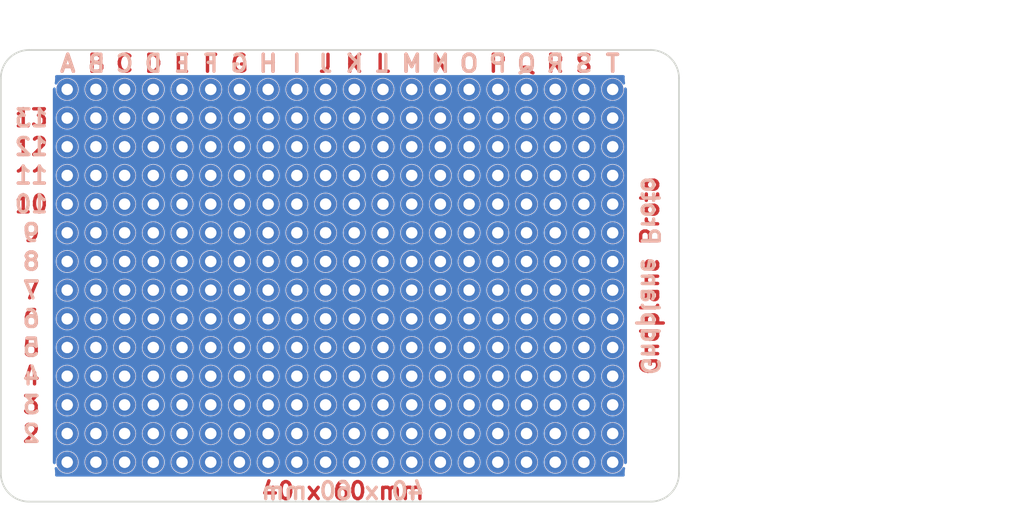
<source format=kicad_pcb>
(kicad_pcb (version 20211014) (generator pcbnew)
  (title_block (title "protoboard base pattern") (comment 1 "CC-BY 4.0") (comment 2 "See http://git.io/vNUDX"))
  (layers (0 "F.Cu" signal) (31 "B.Cu" signal) (34 "B.Paste" user) (35 "F.Paste" user) (36 "B.SilkS" user "B.Silkscreen") (37 "F.SilkS" user "F.Silkscreen") (38 "B.Mask" user) (39 "F.Mask" user) (44 "Edge.Cuts" user))
  (net 0 "")
  (footprint "MeineBib:Proto_Gndplane" (layer "F.Cu") (at 149.81 82.49 90)
    (fp_text reference "REF**" hide)
    (fp_text value "tht-0.8" hide)
  )
  (footprint "MeineBib:Proto_Gndplane" (layer "F.Cu") (at 144.73 112.97 90)
    (fp_text reference "REF**" hide)
    (fp_text value "tht-0.8" hide)
  )
  (footprint "MeineBib:Proto_Gndplane" (layer "F.Cu") (at 162.51 102.81 90)
    (fp_text reference "REF**" hide)
    (fp_text value "tht-0.8" hide)
  )
  (footprint "MeineBib:Proto_Gndplane" (layer "F.Cu") (at 170.13 85.03 90)
    (fp_text reference "REF**" hide)
    (fp_text value "tht-0.8" hide)
  )
  (footprint "MeineBib:Proto_Gndplane" (layer "F.Cu") (at 137.11 115.51 90)
    (fp_text reference "REF**" hide)
    (fp_text value "tht-0.8" hide)
  )
  (footprint "MeineBib:Proto_Gndplane" (layer "F.Cu") (at 157.43 105.35 90)
    (fp_text reference "REF**" hide)
    (fp_text value "tht-0.8" hide)
  )
  (footprint "MeineBib:Proto_Gndplane" (layer "F.Cu") (at 121.87 82.49 90)
    (fp_text reference "REF**" hide)
    (fp_text value "tht-0.8" hide)
  )
  (footprint "MeineBib:EigenesMountingHole_2.6mm_M2.5_Small" (layer "F.Cu") (at 173.5 116.5)
    (fp_text reference "MK2" hide)
    (fp_text value "Mounting_Hole" hide)
  )
  (footprint "MeineBib:Proto_Gndplane" (layer "F.Cu") (at 142.19 85.03 90)
    (fp_text reference "REF**" hide)
    (fp_text value "tht-0.8" hide)
  )
  (footprint "MeineBib:Proto_Gndplane" (layer "F.Cu") (at 157.43 95.19 90)
    (fp_text reference "REF**" hide)
    (fp_text value "tht-0.8" hide)
  )
  (footprint "MeineBib:Proto_Gndplane" (layer "F.Cu") (at 144.73 110.43 90)
    (fp_text reference "REF**" hide)
    (fp_text value "tht-0.8" hide)
  )
  (footprint "MeineBib:Proto_Gndplane" (layer "F.Cu") (at 162.51 92.65 90)
    (fp_text reference "REF**" hide)
    (fp_text value "tht-0.8" hide)
  )
  (footprint "MeineBib:Proto_Gndplane" (layer "F.Cu") (at 147.27 102.81 90)
    (fp_text reference "REF**" hide)
    (fp_text value "tht-0.8" hide)
  )
  (footprint "MeineBib:Proto_Gndplane" (layer "F.Cu") (at 149.81 107.89 90)
    (fp_text reference "REF**" hide)
    (fp_text value "tht-0.8" hide)
  )
  (footprint "MeineBib:Proto_Gndplane" (layer "F.Cu") (at 132.03 90.11 90)
    (fp_text reference "REF**" hide)
    (fp_text value "tht-0.8" hide)
  )
  (footprint "MeineBib:Proto_Gndplane" (layer "F.Cu") (at 132.03 105.35 90)
    (fp_text reference "REF**" hide)
    (fp_text value "tht-0.8" hide)
  )
  (footprint "MeineBib:Proto_Gndplane" (layer "F.Cu") (at 152.35 107.89 90)
    (fp_text reference "REF**" hide)
    (fp_text value "tht-0.8" hide)
  )
  (footprint "MeineBib:Proto_Gndplane" (layer "F.Cu") (at 170.13 100.27 90)
    (fp_text reference "REF**" hide)
    (fp_text value "tht-0.8" hide)
  )
  (footprint "MeineBib:Proto_Gndplane" (layer "F.Cu") (at 149.81 95.19 90)
    (fp_text reference "REF**" hide)
    (fp_text value "tht-0.8" hide)
  )
  (footprint "MeineBib:Proto_Gndplane" (layer "F.Cu") (at 147.27 105.35 90)
    (fp_text reference "REF**" hide)
    (fp_text value "tht-0.8" hide)
  )
  (footprint "MeineBib:Proto_Gndplane" (layer "F.Cu") (at 167.59 85.03 90)
    (fp_text reference "REF**" hide)
    (fp_text value "tht-0.8" hide)
  )
  (footprint "MeineBib:Proto_Gndplane" (layer "F.Cu") (at 159.97 87.57 90)
    (fp_text reference "REF**" hide)
    (fp_text value "tht-0.8" hide)
  )
  (footprint "MeineBib:Proto_Gndplane" (layer "F.Cu") (at 154.89 92.65 90)
    (fp_text reference "REF**" hide)
    (fp_text value "tht-0.8" hide)
  )
  (footprint "MeineBib:Proto_Gndplane" (layer "F.Cu") (at 132.03 107.89 90)
    (fp_text reference "REF**" hide)
    (fp_text value "tht-0.8" hide)
  )
  (footprint "MeineBib:Proto_Gndplane" (layer "F.Cu") (at 129.49 105.35 90)
    (fp_text reference "REF**" hide)
    (fp_text value "tht-0.8" hide)
  )
  (footprint "MeineBib:Proto_Gndplane" (layer "F.Cu") (at 154.89 85.03 90)
    (fp_text reference "REF**" hide)
    (fp_text value "tht-0.8" hide)
  )
  (footprint "MeineBib:Proto_Gndplane" (layer "F.Cu") (at 144.73 105.35 90)
    (fp_text reference "REF**" hide)
    (fp_text value "tht-0.8" hide)
  )
  (footprint "MeineBib:Proto_Gndplane" (layer "F.Cu") (at 167.59 115.51 90)
    (fp_text reference "REF**" hide)
    (fp_text value "tht-0.8" hide)
  )
  (footprint "MeineBib:Proto_Gndplane" (layer "F.Cu") (at 139.65 110.43 90)
    (fp_text reference "REF**" hide)
    (fp_text value "tht-0.8" hide)
  )
  (footprint "MeineBib:Proto_Gndplane" (layer "F.Cu") (at 165.05 102.81 90)
    (fp_text reference "REF**" hide)
    (fp_text value "tht-0.8" hide)
  )
  (footprint "MeineBib:Proto_Gndplane" (layer "F.Cu") (at 134.57 112.97 90)
    (fp_text reference "REF**" hide)
    (fp_text value "tht-0.8" hide)
  )
  (footprint "MeineBib:Proto_Gndplane" (layer "F.Cu") (at 124.41 97.73 90)
    (fp_text reference "REF**" hide)
    (fp_text value "tht-0.8" hide)
  )
  (footprint "MeineBib:Proto_Gndplane" (layer "F.Cu") (at 124.41 92.65 90)
    (fp_text reference "REF**" hide)
    (fp_text value "tht-0.8" hide)
  )
  (footprint "MeineBib:Proto_Gndplane" (layer "F.Cu") (at 170.13 102.81 90)
    (fp_text reference "REF**" hide)
    (fp_text value "tht-0.8" hide)
  )
  (footprint "MeineBib:Proto_Gndplane" (layer "F.Cu") (at 124.41 82.49 90)
    (fp_text reference "REF**" hide)
    (fp_text value "tht-0.8" hide)
  )
  (footprint "MeineBib:Proto_Gndplane" (layer "F.Cu") (at 139.65 85.03 90)
    (fp_text reference "REF**" hide)
    (fp_text value "tht-0.8" hide)
  )
  (footprint "MeineBib:Proto_Gndplane" (layer "F.Cu") (at 159.97 97.73 90)
    (fp_text reference "REF**" hide)
    (fp_text value "tht-0.8" hide)
  )
  (footprint "MeineBib:Proto_Gndplane" (layer "F.Cu") (at 162.51 87.57 90)
    (fp_text reference "REF**" hide)
    (fp_text value "tht-0.8" hide)
  )
  (footprint "MeineBib:Proto_Gndplane" (layer "F.Cu") (at 139.65 87.57 90)
    (fp_text reference "REF**" hide)
    (fp_text value "tht-0.8" hide)
  )
  (footprint "MeineBib:Proto_Gndplane" (layer "F.Cu") (at 137.11 82.49 90)
    (fp_text reference "REF**" hide)
    (fp_text value "tht-0.8" hide)
  )
  (footprint "MeineBib:Proto_Gndplane" (layer "F.Cu") (at 165.05 105.35 90)
    (fp_text reference "REF**" hide)
    (fp_text value "tht-0.8" hide)
  )
  (footprint "MeineBib:Proto_Gndplane" (layer "F.Cu") (at 144.73 92.65 90)
    (fp_text reference "REF**" hide)
    (fp_text value "tht-0.8" hide)
  )
  (footprint "MeineBib:Proto_Gndplane" (layer "F.Cu") (at 129.49 102.81 90)
    (fp_text reference "REF**" hide)
    (fp_text value "tht-0.8" hide)
  )
  (footprint "MeineBib:Proto_Gndplane" (layer "F.Cu") (at 157.43 112.97 90)
    (fp_text reference "REF**" hide)
    (fp_text value "tht-0.8" hide)
  )
  (footprint "MeineBib:Proto_Gndplane" (layer "F.Cu") (at 165.05 100.27 90)
    (fp_text reference "REF**" hide)
    (fp_text value "tht-0.8" hide)
  )
  (footprint "MeineBib:Proto_Gndplane" (layer "F.Cu") (at 147.27 115.51 90)
    (fp_text reference "REF**" hide)
    (fp_text value "tht-0.8" hide)
  )
  (footprint "MeineBib:Proto_Gndplane" (layer "F.Cu") (at 126.95 82.49 90)
    (fp_text reference "REF**" hide)
    (fp_text value "tht-0.8" hide)
  )
  (footprint "MeineBib:Proto_Gndplane" (layer "F.Cu") (at 170.13 97.73 90)
    (fp_text reference "REF**" hide)
    (fp_text value "tht-0.8" hide)
  )
  (footprint "MeineBib:Proto_Gndplane" (layer "F.Cu") (at 157.43 97.73 90)
    (fp_text reference "REF**" hide)
    (fp_text value "tht-0.8" hide)
  )
  (footprint "MeineBib:Proto_Gndplane" (layer "F.Cu") (at 157.43 107.89 90)
    (fp_text reference "REF**" hide)
    (fp_text value "tht-0.8" hide)
  )
  (footprint "MeineBib:Proto_Gndplane" (layer "F.Cu") (at 126.95 95.19 90)
    (fp_text reference "REF**" hide)
    (fp_text value "tht-0.8" hide)
  )
  (footprint "MeineBib:Proto_Gndplane" (layer "F.Cu") (at 167.59 87.57 90)
    (fp_text reference "REF**" hide)
    (fp_text value "tht-0.8" hide)
  )
  (footprint "MeineBib:Proto_Gndplane" (layer "F.Cu") (at 124.41 112.97 90)
    (fp_text reference "REF**" hide)
    (fp_text value "tht-0.8" hide)
  )
  (footprint "MeineBib:Proto_Gndplane" (layer "F.Cu") (at 134.57 105.35 90)
    (fp_text reference "REF**" hide)
    (fp_text value "tht-0.8" hide)
  )
  (footprint "MeineBib:Proto_Gndplane" (layer "F.Cu") (at 121.87 105.35 90)
    (fp_text reference "REF**" hide)
    (fp_text value "tht-0.8" hide)
  )
  (footprint "MeineBib:Proto_Gndplane" (layer "F.Cu") (at 137.11 85.03 90)
    (fp_text reference "REF**" hide)
    (fp_text value "tht-0.8" hide)
  )
  (footprint "MeineBib:Proto_Gndplane" (layer "F.Cu") (at 142.19 100.27 90)
    (fp_text reference "REF**" hide)
    (fp_text value "tht-0.8" hide)
  )
  (footprint "MeineBib:Proto_Gndplane" (layer "F.Cu") (at 170.13 107.89 90)
    (fp_text reference "REF**" hide)
    (fp_text value "tht-0.8" hide)
  )
  (footprint "MeineBib:Proto_Gndplane" (layer "F.Cu") (at 124.41 95.19 90)
    (fp_text reference "REF**" hide)
    (fp_text value "tht-0.8" hide)
  )
  (footprint "MeineBib:Proto_Gndplane" (layer "F.Cu") (at 152.35 87.57 90)
    (fp_text reference "REF**" hide)
    (fp_text value "tht-0.8" hide)
  )
  (footprint "MeineBib:Proto_Gndplane" (layer "F.Cu") (at 129.49 107.89 90)
    (fp_text reference "REF**" hide)
    (fp_text value "tht-0.8" hide)
  )
  (footprint "MeineBib:Proto_Gndplane" (layer "F.Cu") (at 124.41 90.11 90)
    (fp_text reference "REF**" hide)
    (fp_text value "tht-0.8" hide)
  )
  (footprint "MeineBib:Proto_Gndplane" (layer "F.Cu") (at 142.19 107.89 90)
    (fp_text reference "REF**" hide)
    (fp_text value "tht-0.8" hide)
  )
  (footprint "MeineBib:Proto_Gndplane" (layer "F.Cu") (at 132.03 115.51 90)
    (fp_text reference "REF**" hide)
    (fp_text value "tht-0.8" hide)
  )
  (footprint "MeineBib:Proto_Gndplane" (layer "F.Cu") (at 162.51 112.97 90)
    (fp_text reference "REF**" hide)
    (fp_text value "tht-0.8" hide)
  )
  (footprint "MeineBib:Proto_Gndplane" (layer "F.Cu") (at 144.73 102.81 90)
    (fp_text reference "REF**" hide)
    (fp_text value "tht-0.8" hide)
  )
  (footprint "MeineBib:Proto_Gndplane" (layer "F.Cu") (at 167.59 95.19 90)
    (fp_text reference "REF**" hide)
    (fp_text value "tht-0.8" hide)
  )
  (footprint "MeineBib:Proto_Gndplane" (layer "F.Cu") (at 142.19 90.11 90)
    (fp_text reference "REF**" hide)
    (fp_text value "tht-0.8" hide)
  )
  (footprint "MeineBib:Proto_Gndplane" (layer "F.Cu") (at 149.81 85.03 90)
    (fp_text reference "REF**" hide)
    (fp_text value "tht-0.8" hide)
  )
  (footprint "MeineBib:Proto_Gndplane" (layer "F.Cu") (at 157.43 115.51 90)
    (fp_text reference "REF**" hide)
    (fp_text value "tht-0.8" hide)
  )
  (footprint "MeineBib:Proto_Gndplane" (layer "F.Cu") (at 170.13 90.11 90)
    (fp_text reference "REF**" hide)
    (fp_text value "tht-0.8" hide)
  )
  (footprint "MeineBib:Proto_Gndplane" (layer "F.Cu") (at 162.51 97.73 90)
    (fp_text reference "REF**" hide)
    (fp_text value "tht-0.8" hide)
  )
  (footprint "MeineBib:Proto_Gndplane" (layer "F.Cu") (at 149.81 110.43 90)
    (fp_text reference "REF**" hide)
    (fp_text value "tht-0.8" hide)
  )
  (footprint "MeineBib:Proto_Gndplane" (layer "F.Cu") (at 139.65 95.19 90)
    (fp_text reference "REF**" hide)
    (fp_text value "tht-0.8" hide)
  )
  (footprint "MeineBib:Proto_Gndplane" (layer "F.Cu") (at 121.87 102.81 90)
    (fp_text reference "REF**" hide)
    (fp_text value "tht-0.8" hide)
  )
  (footprint "MeineBib:Proto_Gndplane" (layer "F.Cu") (at 154.89 90.11 90)
    (fp_text reference "REF**" hide)
    (fp_text value "tht-0.8" hide)
  )
  (footprint "MeineBib:Proto_Gndplane" (layer "F.Cu") (at 154.89 87.57 90)
    (fp_text reference "REF**" hide)
    (fp_text value "tht-0.8" hide)
  )
  (footprint "MeineBib:Proto_Gndplane" (layer "F.Cu") (at 142.19 97.73 90)
    (fp_text reference "REF**" hide)
    (fp_text value "tht-0.8" hide)
  )
  (footprint "MeineBib:Proto_Gndplane" (layer "F.Cu") (at 147.27 87.57 90)
    (fp_text reference "REF**" hide)
    (fp_text value "tht-0.8" hide)
  )
  (footprint "MeineBib:Proto_Gndplane" (layer "F.Cu") (at 139.65 82.49 90)
    (fp_text reference "REF**" hide)
    (fp_text value "tht-0.8" hide)
  )
  (footprint "MeineBib:Proto_Gndplane" (layer "F.Cu") (at 129.49 92.65 90)
    (fp_text reference "REF**" hide)
    (fp_text value "tht-0.8" hide)
  )
  (footprint "MeineBib:Proto_Gndplane" (layer "F.Cu") (at 144.73 87.57 90)
    (fp_text reference "REF**" hide)
    (fp_text value "tht-0.8" hide)
  )
  (footprint "MeineBib:Proto_Gndplane" (layer "F.Cu") (at 139.65 112.97 90)
    (fp_text reference "REF**" hide)
    (fp_text value "tht-0.8" hide)
  )
  (footprint "MeineBib:Proto_Gndplane" (layer "F.Cu") (at 139.65 100.27 90)
    (fp_text reference "REF**" hide)
    (fp_text value "tht-0.8" hide)
  )
  (footprint "MeineBib:Proto_Gndplane" (layer "F.Cu") (at 149.81 90.11 90)
    (fp_text reference "REF**" hide)
    (fp_text value "tht-0.8" hide)
  )
  (footprint "MeineBib:Proto_Gndplane" (layer "F.Cu") (at 154.89 115.51 90)
    (fp_text reference "REF**" hide)
    (fp_text value "tht-0.8" hide)
  )
  (footprint "MeineBib:Proto_Gndplane" (layer "F.Cu") (at 121.87 90.11 90)
    (fp_text reference "REF**" hide)
    (fp_text value "tht-0.8" hide)
  )
  (footprint "MeineBib:Proto_Gndplane" (layer "F.Cu") (at 165.05 107.89 90)
    (fp_text reference "REF**" hide)
    (fp_text value "tht-0.8" hide)
  )
  (footprint "MeineBib:Proto_Gndplane" (layer "F.Cu") (at 137.11 112.97 90)
    (fp_text reference "REF**" hide)
    (fp_text value "tht-0.8" hide)
  )
  (footprint "MeineBib:Proto_Gndplane" (layer "F.Cu") (at 144.73 107.89 90)
    (fp_text reference "REF**" hide)
    (fp_text value "tht-0.8" hide)
  )
  (footprint "MeineBib:Proto_Gndplane" (layer "F.Cu") (at 126.95 110.43 90)
    (fp_text reference "REF**" hide)
    (fp_text value "tht-0.8" hide)
  )
  (footprint "MeineBib:Proto_Gndplane" (layer "F.Cu") (at 149.81 112.97 90)
    (fp_text reference "REF**" hide)
    (fp_text value "tht-0.8" hide)
  )
  (footprint "MeineBib:Proto_Gndplane" (layer "F.Cu") (at 137.11 102.81 90)
    (fp_text reference "REF**" hide)
    (fp_text value "tht-0.8" hide)
  )
  (footprint "MeineBib:Proto_Gndplane" (layer "F.Cu") (at 152.35 115.51 90)
    (fp_text reference "REF**" hide)
    (fp_text value "tht-0.8" hide)
  )
  (footprint "MeineBib:Proto_Gndplane" (layer "F.Cu") (at 170.13 110.43 90)
    (fp_text reference "REF**" hide)
    (fp_text value "tht-0.8" hide)
  )
  (footprint "MeineBib:Proto_Gndplane" (layer "F.Cu") (at 137.11 105.35 90)
    (fp_text reference "REF**" hide)
    (fp_text value "tht-0.8" hide)
  )
  (footprint "MeineBib:Proto_Gndplane" (layer "F.Cu") (at 170.13 112.97 90)
    (fp_text reference "REF**" hide)
    (fp_text value "tht-0.8" hide)
  )
  (footprint "MeineBib:Proto_Gndplane" (layer "F.Cu") (at 159.97 115.51 90)
    (fp_text reference "REF**" hide)
    (fp_text value "tht-0.8" hide)
  )
  (footprint "MeineBib:Proto_Gndplane" (layer "F.Cu") (at 134.57 110.43 90)
    (fp_text reference "REF**" hide)
    (fp_text value "tht-0.8" hide)
  )
  (footprint "MeineBib:Proto_Gndplane" (layer "F.Cu") (at 132.03 112.97 90)
    (fp_text reference "REF**" hide)
    (fp_text value "tht-0.8" hide)
  )
  (footprint "MeineBib:Proto_Gndplane" (layer "F.Cu") (at 129.49 85.03 90)
    (fp_text reference "REF**" hide)
    (fp_text value "tht-0.8" hide)
  )
  (footprint "MeineBib:Proto_Gndplane" (layer "F.Cu") (at 152.35 100.27 90)
    (fp_text reference "REF**" hide)
    (fp_text value "tht-0.8" hide)
  )
  (footprint "MeineBib:Proto_Gndplane" (layer "F.Cu") (at 129.49 95.19 90)
    (fp_text reference "REF**" hide)
    (fp_text value "tht-0.8" hide)
  )
  (footprint "MeineBib:Proto_Gndplane" (layer "F.Cu") (at 144.73 95.19 90)
    (fp_text reference "REF**" hide)
    (fp_text value "tht-0.8" hide)
  )
  (footprint "MeineBib:Proto_Gndplane" (layer "F.Cu") (at 139.65 105.35 90)
    (fp_text reference "REF**" hide)
    (fp_text value "tht-0.8" hide)
  )
  (footprint "MeineBib:Proto_Gndplane" (layer "F.Cu") (at 152.35 82.49 90)
    (fp_text reference "REF**" hide)
    (fp_text value "tht-0.8" hide)
  )
  (footprint "MeineBib:Proto_Gndplane" (layer "F.Cu") (at 132.03 102.81 90)
    (fp_text reference "REF**" hide)
    (fp_text value "tht-0.8" hide)
  )
  (footprint "MeineBib:Proto_Gndplane" (layer "F.Cu") (at 139.65 97.73 90)
    (fp_text reference "REF**" hide)
    (fp_text value "tht-0.8" hide)
  )
  (footprint "MeineBib:Proto_Gndplane" (layer "F.Cu") (at 154.89 97.73 90)
    (fp_text reference "REF**" hide)
    (fp_text value "tht-0.8" hide)
  )
  (footprint "MeineBib:Proto_Gndplane" (layer "F.Cu") (at 137.11 110.43 90)
    (fp_text reference "REF**" hide)
    (fp_text value "tht-0.8" hide)
  )
  (footprint "MeineBib:Proto_Gndplane" (layer "F.Cu") (at 154.89 112.97 90)
    (fp_text reference "REF**" hide)
    (fp_text value "tht-0.8" hide)
  )
  (footprint "MeineBib:Proto_Gndplane" (layer "F.Cu") (at 124.41 110.43 90)
    (fp_text reference "REF**" hide)
    (fp_text value "tht-0.8" hide)
  )
  (footprint "MeineBib:Proto_Gndplane" (layer "F.Cu") (at 132.03 100.27 90)
    (fp_text reference "REF**" hide)
    (fp_text value "tht-0.8" hide)
  )
  (footprint "MeineBib:Proto_Gndplane" (layer "F.Cu") (at 142.19 87.57 90)
    (fp_text reference "REF**" hide)
    (fp_text value "tht-0.8" hide)
  )
  (footprint "MeineBib:Proto_Gndplane" (layer "F.Cu") (at 149.81 115.51 90)
    (fp_text reference "REF**" hide)
    (fp_text value "tht-0.8" hide)
  )
  (footprint "MeineBib:Proto_Gndplane" (layer "F.Cu") (at 129.49 115.51 90)
    (fp_text reference "REF**" hide)
    (fp_text value "tht-0.8" hide)
  )
  (footprint "MeineBib:Proto_Gndplane" (layer "F.Cu") (at 132.03 82.49 90)
    (fp_text reference "REF**" hide)
    (fp_text value "tht-0.8" hide)
  )
  (footprint "MeineBib:Proto_Gndplane" (layer "F.Cu") (at 126.95 85.03 90)
    (fp_text reference "REF**" hide)
    (fp_text value "tht-0.8" hide)
  )
  (footprint "MeineBib:Proto_Gndplane" (layer "F.Cu") (at 170.13 105.35 90)
    (fp_text reference "REF**" hide)
    (fp_text value "tht-0.8" hide)
  )
  (footprint "MeineBib:Proto_Gndplane" (layer "F.Cu") (at 165.05 95.19 90)
    (fp_text reference "REF**" hide)
    (fp_text value "tht-0.8" hide)
  )
  (footprint "MeineBib:Proto_Gndplane" (layer "F.Cu") (at 147.27 95.19 90)
    (fp_text reference "REF**" hide)
    (fp_text value "tht-0.8" hide)
  )
  (footprint "MeineBib:Proto_Gndplane" (layer "F.Cu") (at 126.95 102.81 90)
    (fp_text reference "REF**" hide)
    (fp_text value "tht-0.8" hide)
  )
  (footprint "MeineBib:Proto_Gndplane" (layer "F.Cu") (at 124.41 105.35 90)
    (fp_text reference "REF**" hide)
    (fp_text value "tht-0.8" hide)
  )
  (footprint "MeineBib:Proto_Gndplane" (layer "F.Cu") (at 149.81 105.35 90)
    (fp_text reference "REF**" hide)
    (fp_text value "tht-0.8" hide)
  )
  (footprint "MeineBib:Proto_Gndplane" (layer "F.Cu") (at 152.35 85.03 90)
    (fp_text reference "REF**" hide)
    (fp_text value "tht-0.8" hide)
  )
  (footprint "MeineBib:Proto_Gndplane" (layer "F.Cu") (at 162.51 105.35 90)
    (fp_text reference "REF**" hide)
    (fp_text value "tht-0.8" hide)
  )
  (footprint "MeineBib:Proto_Gndplane" (layer "F.Cu") (at 167.59 90.11 90)
    (fp_text reference "REF**" hide)
    (fp_text value "tht-0.8" hide)
  )
  (footprint "MeineBib:Proto_Gndplane" (layer "F.Cu") (at 165.05 97.73 90)
    (fp_text reference "REF**" hide)
    (fp_text value "tht-0.8" hide)
  )
  (footprint "MeineBib:Proto_Gndplane" (layer "F.Cu") (at 126.95 92.65 90)
    (fp_text reference "REF**" hide)
    (fp_text value "tht-0.8" hide)
  )
  (footprint "MeineBib:Proto_Gndplane" (layer "F.Cu") (at 144.73 85.03 90)
    (fp_text reference "REF**" hide)
    (fp_text value "tht-0.8" hide)
  )
  (footprint "MeineBib:Proto_Gndplane" (layer "F.Cu") (at 167.59 110.43 90)
    (fp_text reference "REF**" hide)
    (fp_text value "tht-0.8" hide)
  )
  (footprint "MeineBib:Proto_Gndplane" (layer "F.Cu") (at 137.11 87.57 90)
    (fp_text reference "REF**" hide)
    (fp_text value "tht-0.8" hide)
  )
  (footprint "MeineBib:Proto_Gndplane" (layer "F.Cu") (at 147.27 92.65 90)
    (fp_text reference "REF**" hide)
    (fp_text value "tht-0.8" hide)
  )
  (footprint "MeineBib:Proto_Gndplane" (layer "F.Cu") (at 129.49 112.97 90)
    (fp_text reference "REF**" hide)
    (fp_text value "tht-0.8" hide)
  )
  (footprint "MeineBib:Proto_Gndplane" (layer "F.Cu") (at 142.19 112.97 90)
    (fp_text reference "REF**" hide)
    (fp_text value "tht-0.8" hide)
  )
  (footprint "MeineBib:Proto_Gndplane" (layer "F.Cu") (at 129.49 97.73 90)
    (fp_text reference "REF**" hide)
    (fp_text value "tht-0.8" hide)
  )
  (footprint "MeineBib:Proto_Gndplane" (layer "F.Cu") (at 159.97 82.49 90)
    (fp_text reference "REF**" hide)
    (fp_text value "tht-0.8" hide)
  )
  (footprint "MeineBib:Proto_Gndplane" (layer "F.Cu") (at 142.19 110.43 90)
    (fp_text reference "REF**" hide)
    (fp_text value "tht-0.8" hide)
  )
  (footprint "MeineBib:Proto_Gndplane" (layer "F.Cu") (at 162.51 100.27 90)
    (fp_text reference "REF**" hide)
    (fp_text value "tht-0.8" hide)
  )
  (footprint "MeineBib:Proto_Gndplane" (layer "F.Cu") (at 147.27 107.89 90)
    (fp_text reference "REF**" hide)
    (fp_text value "tht-0.8" hide)
  )
  (footprint "MeineBib:Proto_Gndplane" (layer "F.Cu") (at 159.97 95.19 90)
    (fp_text reference "REF**" hide)
    (fp_text value "tht-0.8" hide)
  )
  (footprint "MeineBib:Proto_Gndplane" (layer "F.Cu") (at 137.11 97.73 90)
    (fp_text reference "REF**" hide)
    (fp_text value "tht-0.8" hide)
  )
  (footprint "MeineBib:Proto_Gndplane" (layer "F.Cu") (at 142.19 95.19 90)
    (fp_text reference "REF**" hide)
    (fp_text value "tht-0.8" hide)
  )
  (footprint "MeineBib:Proto_Gndplane" (layer "F.Cu") (at 121.87 100.27 90)
    (fp_text reference "REF**" hide)
    (fp_text value "tht-0.8" hide)
  )
  (footprint "MeineBib:Proto_Gndplane" (layer "F.Cu") (at 157.43 102.81 90)
    (fp_text reference "REF**" hide)
    (fp_text value "tht-0.8" hide)
  )
  (footprint "MeineBib:Proto_Gndplane" (layer "F.Cu") (at 142.19 82.49 90)
    (fp_text reference "REF**" hide)
    (fp_text value "tht-0.8" hide)
  )
  (footprint "MeineBib:Proto_Gndplane" (layer "F.Cu") (at 134.57 95.19 90)
    (fp_text reference "REF**" hide)
    (fp_text value "tht-0.8" hide)
  )
  (footprint "MeineBib:Proto_Gndplane" (layer "F.Cu") (at 134.57 90.11 90)
    (fp_text reference "REF**" hide)
    (fp_text value "tht-0.8" hide)
  )
  (footprint "MeineBib:Proto_Gndplane" (layer "F.Cu") (at 157.43 100.27 90)
    (fp_text reference "REF**" hide)
    (fp_text value "tht-0.8" hide)
  )
  (footprint "MeineBib:Proto_Gndplane" (layer "F.Cu") (at 121.87 110.43 90)
    (fp_text reference "REF**" hide)
    (fp_text value "tht-0.8" hide)
  )
  (footprint "MeineBib:Proto_Gndplane" (layer "F.Cu") (at 139.65 115.51 90)
    (fp_text reference "REF**" hide)
    (fp_text value "tht-0.8" hide)
  )
  (footprint "MeineBib:Proto_Gndplane" (layer "F.Cu") (at 152.35 90.11 90)
    (fp_text reference "REF**" hide)
    (fp_text value "tht-0.8" hide)
  )
  (footprint "MeineBib:Proto_Gndplane" (layer "F.Cu") (at 132.03 87.57 90)
    (fp_text reference "REF**" hide)
    (fp_text value "tht-0.8" hide)
  )
  (footprint "MeineBib:Proto_Gndplane" (layer "F.Cu") (at 134.57 107.89 90)
    (fp_text reference "REF**" hide)
    (fp_text value "tht-0.8" hide)
  )
  (footprint "MeineBib:Proto_Gndplane" (layer "F.Cu") (at 167.59 82.49 90)
    (fp_text reference "REF**" hide)
    (fp_text value "tht-0.8" hide)
  )
  (footprint "MeineBib:Proto_Gndplane" (layer "F.Cu") (at 152.35 92.65 90)
    (fp_text reference "REF**" hide)
    (fp_text value "tht-0.8" hide)
  )
  (footprint "MeineBib:Proto_Gndplane" (layer "F.Cu") (at 134.57 87.57 90)
    (fp_text reference "REF**" hide)
    (fp_text value "tht-0.8" hide)
  )
  (footprint "MeineBib:Proto_Gndplane" (layer "F.Cu") (at 159.97 107.89 90)
    (fp_text reference "REF**" hide)
    (fp_text value "tht-0.8" hide)
  )
  (footprint "MeineBib:Proto_Gndplane" (layer "F.Cu") (at 154.89 95.19 90)
    (fp_text reference "REF**" hide)
    (fp_text value "tht-0.8" hide)
  )
  (footprint "MeineBib:Proto_Gndplane" (layer "F.Cu") (at 167.59 107.89 90)
    (fp_text reference "REF**" hide)
    (fp_text value "tht-0.8" hide)
  )
  (footprint "MeineBib:Proto_Gndplane" (layer "F.Cu") (at 132.03 97.73 90)
    (fp_text reference "REF**" hide)
    (fp_text value "tht-0.8" hide)
  )
  (footprint "MeineBib:Proto_Gndplane" (layer "F.Cu") (at 165.05 82.49 90)
    (fp_text reference "REF**" hide)
    (fp_text value "tht-0.8" hide)
  )
  (footprint "MeineBib:Proto_Gndplane" (layer "F.Cu") (at 157.43 85.03 90)
    (fp_text reference "REF**" hide)
    (fp_text value "tht-0.8" hide)
  )
  (footprint "MeineBib:Proto_Gndplane" (layer "F.Cu") (at 167.59 102.81 90)
    (fp_text reference "REF**" hide)
    (fp_text value "tht-0.8" hide)
  )
  (footprint "MeineBib:Proto_Gndplane" (layer "F.Cu") (at 142.19 102.81 90)
    (fp_text reference "REF**" hide)
    (fp_text value "tht-0.8" hide)
  )
  (footprint "MeineBib:Proto_Gndplane" (layer "F.Cu") (at 152.35 105.35 90)
    (fp_text reference "REF**" hide)
    (fp_text value "tht-0.8" hide)
  )
  (footprint "MeineBib:Proto_Gndplane" (layer "F.Cu") (at 165.05 85.03 90)
    (fp_text reference "REF**" hide)
    (fp_text value "tht-0.8" hide)
  )
  (footprint "MeineBib:Proto_Gndplane" (layer "F.Cu") (at 157.43 90.11 90)
    (fp_text reference "REF**" hide)
    (fp_text value "tht-0.8" hide)
  )
  (footprint "MeineBib:Proto_Gndplane" (layer "F.Cu") (at 162.51 115.51 90)
    (fp_text reference "REF**" hide)
    (fp_text value "tht-0.8" hide)
  )
  (footprint "MeineBib:Proto_Gndplane" (layer "F.Cu") (at 170.13 82.49 90)
    (fp_text reference "REF**" hide)
    (fp_text value "tht-0.8" hide)
  )
  (footprint "MeineBib:Proto_Gndplane" (layer "F.Cu") (at 152.35 110.43 90)
    (fp_text reference "REF**" hide)
    (fp_text value "tht-0.8" hide)
  )
  (footprint "MeineBib:Proto_Gndplane" (layer "F.Cu") (at 137.11 90.11 90)
    (fp_text reference "REF**" hide)
    (fp_text value "tht-0.8" hide)
  )
  (footprint "MeineBib:Proto_Gndplane" (layer "F.Cu") (at 162.51 85.03 90)
    (fp_text reference "REF**" hide)
    (fp_text value "tht-0.8" hide)
  )
  (footprint "MeineBib:Proto_Gndplane" (layer "F.Cu") (at 132.03 92.65 90)
    (fp_text reference "REF**" hide)
    (fp_text value "tht-0.8" hide)
  )
  (footprint "MeineBib:Proto_Gndplane" (layer "F.Cu") (at 167.59 100.27 90)
    (fp_text reference "REF**" hide)
    (fp_text value "tht-0.8" hide)
  )
  (footprint "MeineBib:Proto_Gndplane" (layer "F.Cu") (at 126.95 115.51 90)
    (fp_text reference "REF**" hide)
    (fp_text value "tht-0.8" hide)
  )
  (footprint "MeineBib:Proto_Gndplane" (layer "F.Cu") (at 154.89 100.27 90)
    (fp_text reference "REF**" hide)
    (fp_text value "tht-0.8" hide)
  )
  (footprint "MeineBib:Proto_Gndplane" (layer "F.Cu") (at 142.19 92.65 90)
    (fp_text reference "REF**" hide)
    (fp_text value "tht-0.8" hide)
  )
  (footprint "MeineBib:Proto_Gndplane" (layer "F.Cu") (at 144.73 115.51 90)
    (fp_text reference "REF**" hide)
    (fp_text value "tht-0.8" hide)
  )
  (footprint "MeineBib:Proto_Gndplane" (layer "F.Cu") (at 147.27 110.43 90)
    (fp_text reference "REF**" hide)
    (fp_text value "tht-0.8" hide)
  )
  (footprint "MeineBib:Proto_Gndplane" (layer "F.Cu") (at 162.51 107.89 90)
    (fp_text reference "REF**" hide)
    (fp_text value "tht-0.8" hide)
  )
  (footprint "MeineBib:Proto_Gndplane" (layer "F.Cu") (at 154.89 82.49 90)
    (fp_text reference "REF**" hide)
    (fp_text value "tht-0.8" hide)
  )
  (footprint "MeineBib:Proto_Gndplane" (layer "F.Cu") (at 147.27 90.11 90)
    (fp_text reference "REF**" hide)
    (fp_text value "tht-0.8" hide)
  )
  (footprint "MeineBib:Proto_Gndplane" (layer "F.Cu") (at 121.87 112.97 90)
    (fp_text reference "REF**" hide)
    (fp_text value "tht-0.8" hide)
  )
  (footprint "MeineBib:EigenesMountingHole_2.6mm_M2.5_Small" (layer "F.Cu") (at 118.5 81.5)
    (fp_text reference "MK2" hide)
    (fp_text value "Mounting_Hole" hide)
  )
  (footprint "MeineBib:Proto_Gndplane" (layer "F.Cu") (at 134.57 82.49 90)
    (fp_text reference "REF**" hide)
    (fp_text value "tht-0.8" hide)
  )
  (footprint "MeineBib:Proto_Gndplane" (layer "F.Cu") (at 170.13 95.19 90)
    (fp_text reference "REF**" hide)
    (fp_text value "tht-0.8" hide)
  )
  (footprint "MeineBib:Proto_Gndplane" (layer "F.Cu") (at 126.95 97.73 90)
    (fp_text reference "REF**" hide)
    (fp_text value "tht-0.8" hide)
  )
  (footprint "MeineBib:Proto_Gndplane" (layer "F.Cu") (at 142.19 105.35 90)
    (fp_text reference "REF**" hide)
    (fp_text value "tht-0.8" hide)
  )
  (footprint "MeineBib:Proto_Gndplane" (layer "F.Cu") (at 167.59 112.97 90)
    (fp_text reference "REF**" hide)
    (fp_text value "tht-0.8" hide)
  )
  (footprint "MeineBib:Proto_Gndplane" (layer "F.Cu") (at 124.41 115.51 90)
    (fp_text reference "REF**" hide)
    (fp_text value "tht-0.8" hide)
  )
  (footprint "MeineBib:Proto_Gndplane" (layer "F.Cu") (at 154.89 105.35 90)
    (fp_text reference "REF**" hide)
    (fp_text value "tht-0.8" hide)
  )
  (footprint "MeineBib:Proto_Gndplane" (layer "F.Cu") (at 144.73 82.49 90)
    (fp_text reference "REF**" hide)
    (fp_text value "tht-0.8" hide)
  )
  (footprint "MeineBib:Proto_Gndplane" (layer "F.Cu") (at 167.59 105.35 90)
    (fp_text reference "REF**" hide)
    (fp_text value "tht-0.8" hide)
  )
  (footprint "MeineBib:Proto_Gndplane" (layer "F.Cu") (at 167.59 92.65 90)
    (fp_text reference "REF**" hide)
    (fp_text value "tht-0.8" hide)
  )
  (footprint "MeineBib:Proto_Gndplane" (layer "F.Cu") (at 157.43 110.43 90)
    (fp_text reference "REF**" hide)
    (fp_text value "tht-0.8" hide)
  )
  (footprint "MeineBib:Proto_Gndplane" (layer "F.Cu") (at 165.05 90.11 90)
    (fp_text reference "REF**" hide)
    (fp_text value "tht-0.8" hide)
  )
  (footprint "MeineBib:Proto_Gndplane" (layer "F.Cu") (at 170.13 92.65 90)
    (fp_text reference "REF**" hide)
    (fp_text value "tht-0.8" hide)
  )
  (footprint "MeineBib:Proto_Gndplane" (layer "F.Cu") (at 157.43 87.57 90)
    (fp_text reference "REF**" hide)
    (fp_text value "tht-0.8" hide)
  )
  (footprint "MeineBib:Proto_Gndplane" (layer "F.Cu") (at 134.57 115.51 90)
    (fp_text reference "REF**" hide)
    (fp_text value "tht-0.8" hide)
  )
  (footprint "MeineBib:Proto_Gndplane" (layer "F.Cu") (at 121.87 107.89 90)
    (fp_text reference "REF**" hide)
    (fp_text value "tht-0.8" hide)
  )
  (footprint "MeineBib:Proto_Gndplane" (layer "F.Cu") (at 167.59 97.73 90)
    (fp_text reference "REF**" hide)
    (fp_text value "tht-0.8" hide)
  )
  (footprint "MeineBib:Proto_Gndplane" (layer "F.Cu") (at 159.97 100.27 90)
    (fp_text reference "REF**" hide)
    (fp_text value "tht-0.8" hide)
  )
  (footprint "MeineBib:Proto_Gndplane" (layer "F.Cu") (at 126.95 100.27 90)
    (fp_text reference "REF**" hide)
    (fp_text value "tht-0.8" hide)
  )
  (footprint "MeineBib:Proto_Gndplane" (layer "F.Cu") (at 159.97 90.11 90)
    (fp_text reference "REF**" hide)
    (fp_text value "tht-0.8" hide)
  )
  (footprint "MeineBib:Proto_Gndplane" (layer "F.Cu") (at 159.97 102.81 90)
    (fp_text reference "REF**" hide)
    (fp_text value "tht-0.8" hide)
  )
  (footprint "MeineBib:Proto_Gndplane" (layer "F.Cu") (at 124.41 85.03 90)
    (fp_text reference "REF**" hide)
    (fp_text value "tht-0.8" hide)
  )
  (footprint "MeineBib:Proto_Gndplane" (layer "F.Cu") (at 154.89 102.81 90)
    (fp_text reference "REF**" hide)
    (fp_text value "tht-0.8" hide)
  )
  (footprint "MeineBib:Proto_Gndplane" (layer "F.Cu") (at 165.05 112.97 90)
    (fp_text reference "REF**" hide)
    (fp_text value "tht-0.8" hide)
  )
  (footprint "MeineBib:Proto_Gndplane" (layer "F.Cu") (at 159.97 92.65 90)
    (fp_text reference "REF**" hide)
    (fp_text value "tht-0.8" hide)
  )
  (footprint "MeineBib:Proto_Gndplane" (layer "F.Cu") (at 139.65 92.65 90)
    (fp_text reference "REF**" hide)
    (fp_text value "tht-0.8" hide)
  )
  (footprint "MeineBib:Proto_Gndplane" (layer "F.Cu") (at 139.65 90.11 90)
    (fp_text reference "REF**" hide)
    (fp_text value "tht-0.8" hide)
  )
  (footprint "MeineBib:Proto_Gndplane" (layer "F.Cu") (at 149.81 87.57 90)
    (fp_text reference "REF**" hide)
    (fp_text value "tht-0.8" hide)
  )
  (footprint "MeineBib:Proto_Gndplane" (layer "F.Cu") (at 132.03 95.19 90)
    (fp_text reference "REF**" hide)
    (fp_text value "tht-0.8" hide)
  )
  (footprint "MeineBib:Proto_Gndplane" (layer "F.Cu") (at 152.35 95.19 90)
    (fp_text reference "REF**" hide)
    (fp_text value "tht-0.8" hide)
  )
  (footprint "MeineBib:Proto_Gndplane" (layer "F.Cu") (at 149.81 100.27 90)
    (fp_text reference "REF**" hide)
    (fp_text value "tht-0.8" hide)
  )
  (footprint "MeineBib:Proto_Gndplane" (layer "F.Cu") (at 134.57 97.73 90)
    (fp_text reference "REF**" hide)
    (fp_text value "tht-0.8" hide)
  )
  (footprint "MeineBib:Proto_Gndplane" (layer "F.Cu") (at 149.81 97.73 90)
    (fp_text reference "REF**" hide)
    (fp_text value "tht-0.8" hide)
  )
  (footprint "MeineBib:Proto_Gndplane" (layer "F.Cu") (at 157.43 92.65 90)
    (fp_text reference "REF**" hide)
    (fp_text value "tht-0.8" hide)
  )
  (footprint "MeineBib:Proto_Gndplane" (layer "F.Cu") (at 124.41 87.57 90)
    (fp_text reference "REF**" hide)
    (fp_text value "tht-0.8" hide)
  )
  (footprint "MeineBib:Proto_Gndplane" (layer "F.Cu") (at 144.73 97.73 90)
    (fp_text reference "REF**" hide)
    (fp_text value "tht-0.8" hide)
  )
  (footprint "MeineBib:Proto_Gndplane" (layer "F.Cu") (at 157.43 82.49 90)
    (fp_text reference "REF**" hide)
    (fp_text value "tht-0.8" hide)
  )
  (footprint "MeineBib:EigenesMountingHole_2.6mm_M2.5_Small" (layer "F.Cu") (at 173.5 81.5)
    (fp_text reference "MK2" hide)
    (fp_text value "Mounting_Hole" hide)
  )
  (footprint "MeineBib:Proto_Gndplane" (layer "F.Cu") (at 134.57 92.65 90)
    (fp_text reference "REF**" hide)
    (fp_text value "tht-0.8" hide)
  )
  (footprint "MeineBib:Proto_Gndplane" (layer "F.Cu") (at 134.57 100.27 90)
    (fp_text reference "REF**" hide)
    (fp_text value "tht-0.8" hide)
  )
  (footprint "MeineBib:Proto_Gndplane" (layer "F.Cu") (at 159.97 110.43 90)
    (fp_text reference "REF**" hide)
    (fp_text value "tht-0.8" hide)
  )
  (footprint "MeineBib:Proto_Gndplane" (layer "F.Cu") (at 152.35 112.97 90)
    (fp_text reference "REF**" hide)
    (fp_text value "tht-0.8" hide)
  )
  (footprint "MeineBib:Proto_Gndplane" (layer "F.Cu") (at 129.49 110.43 90)
    (fp_text reference "REF**" hide)
    (fp_text value "tht-0.8" hide)
  )
  (footprint "MeineBib:Proto_Gndplane" (layer "F.Cu") (at 154.89 110.43 90)
    (fp_text reference "REF**" hide)
    (fp_text value "tht-0.8" hide)
  )
  (footprint "MeineBib:Proto_Gndplane" (layer "F.Cu") (at 139.65 107.89 90)
    (fp_text reference "REF**" hide)
    (fp_text value "tht-0.8" hide)
  )
  (footprint "MeineBib:Proto_Gndplane" (layer "F.Cu") (at 147.27 85.03 90)
    (fp_text reference "REF**" hide)
    (fp_text value "tht-0.8" hide)
  )
  (footprint "MeineBib:Proto_Gndplane" (layer "F.Cu") (at 137.11 92.65 90)
    (fp_text reference "REF**" hide)
    (fp_text value "tht-0.8" hide)
  )
  (footprint "MeineBib:Proto_Gndplane" (layer "F.Cu") (at 147.27 112.97 90)
    (fp_text reference "REF**" hide)
    (fp_text value "tht-0.8" hide)
  )
  (footprint "MeineBib:Proto_Gndplane" (layer "F.Cu") (at 126.95 105.35 90)
    (fp_text reference "REF**" hide)
    (fp_text value "tht-0.8" hide)
  )
  (footprint "MeineBib:Proto_Gndplane" (layer "F.Cu") (at 121.87 115.51 90)
    (fp_text reference "REF**" hide)
    (fp_text value "tht-0.8" hide)
  )
  (footprint "MeineBib:Proto_Gndplane" (layer "F.Cu") (at 137.11 107.89 90)
    (fp_text reference "REF**" hide)
    (fp_text value "tht-0.8" hide)
  )
  (footprint "MeineBib:Proto_Gndplane" (layer "F.Cu") (at 165.05 87.57 90)
    (fp_text reference "REF**" hide)
    (fp_text value "tht-0.8" hide)
  )
  (footprint "MeineBib:Proto_Gndplane" (layer "F.Cu") (at 165.05 115.51 90)
    (fp_text reference "REF**" hide)
    (fp_text value "tht-0.8" hide)
  )
  (footprint "MeineBib:Proto_Gndplane" (layer "F.Cu") (at 126.95 90.11 90)
    (fp_text reference "REF**" hide)
    (fp_text value "tht-0.8" hide)
  )
  (footprint "MeineBib:Proto_Gndplane" (layer "F.Cu") (at 170.13 115.51 90)
    (fp_text reference "REF**" hide)
    (fp_text value "tht-0.8" hide)
  )
  (footprint "MeineBib:Proto_Gndplane" (layer "F.Cu") (at 121.87 97.73 90)
    (fp_text reference "REF**" hide)
    (fp_text value "tht-0.8" hide)
  )
  (footprint "MeineBib:Proto_Gndplane" (layer "F.Cu") (at 124.41 107.89 90)
    (fp_text reference "REF**" hide)
    (fp_text value "tht-0.8" hide)
  )
  (footprint "MeineBib:Proto_Gndplane" (layer "F.Cu") (at 137.11 100.27 90)
    (fp_text reference "REF**" hide)
    (fp_text value "tht-0.8" hide)
  )
  (footprint "MeineBib:Proto_Gndplane" (layer "F.Cu") (at 124.41 102.81 90)
    (fp_text reference "REF**" hide)
    (fp_text value "tht-0.8" hide)
  )
  (footprint "MeineBib:Proto_Gndplane" (layer "F.Cu") (at 126.95 112.97 90)
    (fp_text reference "REF**" hide)
    (fp_text value "tht-0.8" hide)
  )
  (footprint "MeineBib:Proto_Gndplane" (layer "F.Cu") (at 137.11 95.19 90)
    (fp_text reference "REF**" hide)
    (fp_text value "tht-0.8" hide)
  )
  (footprint "MeineBib:Proto_Gndplane" (layer "F.Cu") (at 126.95 107.89 90)
    (fp_text reference "REF**" hide)
    (fp_text value "tht-0.8" hide)
  )
  (footprint "MeineBib:Proto_Gndplane" (layer "F.Cu") (at 154.89 107.89 90)
    (fp_text reference "REF**" hide)
    (fp_text value "tht-0.8" hide)
  )
  (footprint "MeineBib:Proto_Gndplane" (layer "F.Cu") (at 149.81 102.81 90)
    (fp_text reference "REF**" hide)
    (fp_text value "tht-0.8" hide)
  )
  (footprint "MeineBib:Proto_Gndplane" (layer "F.Cu") (at 165.05 92.65 90)
    (fp_text reference "REF**" hide)
    (fp_text value "tht-0.8" hide)
  )
  (footprint "MeineBib:Proto_Gndplane" (layer "F.Cu") (at 147.27 82.49 90)
    (fp_text reference "REF**" hide)
    (fp_text value "tht-0.8" hide)
  )
  (footprint "MeineBib:Proto_Gndplane" (layer "F.Cu") (at 132.03 85.03 90)
    (fp_text reference "REF**" hide)
    (fp_text value "tht-0.8" hide)
  )
  (footprint "MeineBib:Proto_Gndplane" (layer "F.Cu") (at 121.87 87.57 90)
    (fp_text reference "REF**" hide)
    (fp_text value "tht-0.8" hide)
  )
  (footprint "MeineBib:EigenesMountingHole_2.6mm_M2.5_Small" (layer "F.Cu") (at 118.5 116.5)
    (fp_text reference "MK2" hide)
    (fp_text value "Mounting_Hole" hide)
  )
  (footprint "MeineBib:Proto_Gndplane" (layer "F.Cu") (at 121.87 95.19 90)
    (fp_text reference "REF**" hide)
    (fp_text value "tht-0.8" hide)
  )
  (footprint "MeineBib:Proto_Gndplane" (layer "F.Cu") (at 142.19 115.51 90)
    (fp_text reference "REF**" hide)
    (fp_text value "tht-0.8" hide)
  )
  (footprint "MeineBib:Proto_Gndplane" (layer "F.Cu") (at 124.41 100.27 90)
    (fp_text reference "REF**" hide)
    (fp_text value "tht-0.8" hide)
  )
  (footprint "MeineBib:Proto_Gndplane" (layer "F.Cu") (at 129.49 82.49 90)
    (fp_text reference "REF**" hide)
    (fp_text value "tht-0.8" hide)
  )
  (footprint "MeineBib:Proto_Gndplane" (layer "F.Cu") (at 129.49 100.27 90)
    (fp_text reference "REF**" hide)
    (fp_text value "tht-0.8" hide)
  )
  (footprint "MeineBib:Proto_Gndplane" (layer "F.Cu") (at 159.97 85.03 90)
    (fp_text reference "REF**" hide)
    (fp_text value "tht-0.8" hide)
  )
  (footprint "MeineBib:Proto_Gndplane" (layer "F.Cu") (at 162.51 90.11 90)
    (fp_text reference "REF**" hide)
    (fp_text value "tht-0.8" hide)
  )
  (footprint "MeineBib:Proto_Gndplane" (layer "F.Cu") (at 121.87 92.65 90)
    (fp_text reference "REF**" hide)
    (fp_text value "tht-0.8" hide)
  )
  (footprint "MeineBib:Proto_Gndplane" (layer "F.Cu") (at 170.13 87.57 90)
    (fp_text reference "REF**" hide)
    (fp_text value "tht-0.8" hide)
  )
  (footprint "MeineBib:Proto_Gndplane" (layer "F.Cu") (at 159.97 105.35 90)
    (fp_text reference "REF**" hide)
    (fp_text value "tht-0.8" hide)
  )
  (footprint "MeineBib:Proto_Gndplane" (layer "F.Cu") (at 147.27 100.27 90)
    (fp_text reference "REF**" hide)
    (fp_text value "tht-0.8" hide)
  )
  (footprint "MeineBib:Proto_Gndplane" (layer "F.Cu") (at 152.35 102.81 90)
    (fp_text reference "REF**" hide)
    (fp_text value "tht-0.8" hide)
  )
  (footprint "MeineBib:Proto_Gndplane" (layer "F.Cu") (at 132.03 110.43 90)
    (fp_text reference "REF**" hide)
    (fp_text value "tht-0.8" hide)
  )
  (footprint "MeineBib:Proto_Gndplane" (layer "F.Cu") (at 129.49 90.11 90)
    (fp_text reference "REF**" hide)
    (fp_text value "tht-0.8" hide)
  )
  (footprint "MeineBib:Proto_Gndplane" (layer "F.Cu") (at 129.49 87.57 90)
    (fp_text reference "REF**" hide)
    (fp_text value "tht-0.8" hide)
  )
  (footprint "MeineBib:Proto_Gndplane" (layer "F.Cu") (at 121.87 85.03 90)
    (fp_text reference "REF**" hide)
    (fp_text value "tht-0.8" hide)
  )
  (footprint "MeineBib:Proto_Gndplane" (layer "F.Cu") (at 162.51 95.19 90)
    (fp_text reference "REF**" hide)
    (fp_text value "tht-0.8" hide)
  )
  (footprint "MeineBib:Proto_Gndplane" (layer "F.Cu") (at 159.97 112.97 90)
    (fp_text reference "REF**" hide)
    (fp_text value "tht-0.8" hide)
  )
  (footprint "MeineBib:Proto_Gndplane" (layer "F.Cu") (at 162.51 82.49 90)
    (fp_text reference "REF**" hide)
    (fp_text value "tht-0.8" hide)
  )
  (footprint "MeineBib:Proto_Gndplane" (layer "F.Cu") (at 126.95 87.57 90)
    (fp_text reference "REF**" hide)
    (fp_text value "tht-0.8" hide)
  )
  (footprint "MeineBib:Proto_Gndplane" (layer "F.Cu") (at 134.57 85.03 90)
    (fp_text reference "REF**" hide)
    (fp_text value "tht-0.8" hide)
  )
  (footprint "MeineBib:Proto_Gndplane" (layer "F.Cu") (at 139.65 102.81 90)
    (fp_text reference "REF**" hide)
    (fp_text value "tht-0.8" hide)
  )
  (footprint "MeineBib:Proto_Gndplane" (layer "F.Cu") (at 134.57 102.81 90)
    (fp_text reference "REF**" hide)
    (fp_text value "tht-0.8" hide)
  )
  (footprint "MeineBib:Proto_Gndplane" (layer "F.Cu") (at 144.73 100.27 90)
    (fp_text reference "REF**" hide)
    (fp_text value "tht-0.8" hide)
  )
  (footprint "MeineBib:Proto_Gndplane" (layer "F.Cu") (at 162.51 110.43 90)
    (fp_text reference "REF**" hide)
    (fp_text value "tht-0.8" hide)
  )
  (footprint "MeineBib:Proto_Gndplane" (layer "F.Cu") (at 149.81 92.65 90)
    (fp_text reference "REF**" hide)
    (fp_text value "tht-0.8" hide)
  )
  (footprint "MeineBib:Proto_Gndplane" (layer "F.Cu") (at 152.35 97.73 90)
    (fp_text reference "REF**" hide)
    (fp_text value "tht-0.8" hide)
  )
  (footprint "MeineBib:Proto_Gndplane" (layer "F.Cu") (at 147.27 97.73 90)
    (fp_text reference "REF**" hide)
    (fp_text value "tht-0.8" hide)
  )
  (footprint "MeineBib:Proto_Gndplane" (layer "F.Cu") (at 144.73 90.11 90)
    (fp_text reference "REF**" hide)
    (fp_text value "tht-0.8" hide)
  )
  (footprint "MeineBib:Proto_Gndplane" (layer "F.Cu") (at 165.05 110.43 90)
    (fp_text reference "REF**" hide)
    (fp_text value "tht-0.8" hide)
  )
  (gr_arc (start 173.5 79) (mid 175.267767 79.732233) (end 176 81.5) (layer "Edge.Cuts") (width 0.15))
  (gr_arc (start 118.5 119) (mid 116.732233 118.267767) (end 116 116.5) (layer "Edge.Cuts") (width 0.15))
  (gr_arc (start 176 116.5) (mid 175.267767 118.267767) (end 173.5 119) (layer "Edge.Cuts") (width 0.15))
  (gr_line (start 118.5 79) (end 173.5 79) (layer "Edge.Cuts") (width 0.15))
  (gr_line (start 116 116.5) (end 116 81.5) (layer "Edge.Cuts") (width 0.15))
  (gr_line (start 173.5 119) (end 118.5 119) (layer "Edge.Cuts") (width 0.15))
  (gr_arc (start 116 81.5) (mid 116.732233 79.732233) (end 118.5 79) (layer "Edge.Cuts") (width 0.15))
  (gr_line (start 176 81.5) (end 176 116.5) (layer "Edge.Cuts") (width 0.15))
  (gr_text "13" (at 118.695 85.03) (layer "F.Cu") (effects (font (size 1.5 1.5) (thickness 0.3))))
  (gr_text "2" (at 118.695 112.97) (layer "F.Cu") (effects (font (size 1.5 1.5) (thickness 0.3))))
  (gr_text "M" (at 152.35 80.204) (layer "F.Cu") (effects (font (size 1.5 1.5) (thickness 0.3))))
  (gr_text "G" (at 137.11 80.204) (layer "F.Cu") (effects (font (size 1.5 1.5) (thickness 0.3))))
  (gr_text "7" (at 118.695 100.27) (layer "F.Cu") (effects (font (size 1.5 1.5) (thickness 0.3))))
  (gr_text "J" (at 144.73 80.204) (layer "F.Cu") (effects (font (size 1.5 1.5) (thickness 0.3))))
  (gr_text "B" (at 124.46 80.204) (layer "F.Cu") (effects (font (size 1.5 1.5) (thickness 0.3))))
  (gr_text "10" (at 118.695 92.65) (layer "F.Cu") (effects (font (size 1.5 1.5) (thickness 0.3))))
  (gr_text "F" (at 134.57 80.204) (layer "F.Cu") (effects (font (size 1.5 1.5) (thickness 0.3))))
  (gr_text "3" (at 118.695 110.43) (layer "F.Cu") (effects (font (size 1.5 1.5) (thickness 0.3))))
  (gr_text "T" (at 170.13 80.204) (layer "F.Cu") (effects (font (size 1.5 1.5) (thickness 0.3))))
  (gr_text "E" (at 132.03 80.204) (layer "F.Cu") (effects (font (size 1.5 1.5) (thickness 0.3))))
  (gr_text "6" (at 118.695 102.81) (layer "F.Cu") (effects (font (size 1.5 1.5) (thickness 0.3))))
  (gr_text "S" (at 167.59 80.204) (layer "F.Cu") (effects (font (size 1.5 1.5) (thickness 0.3))))
  (gr_text "5" (at 118.695 105.35) (layer "F.Cu") (effects (font (size 1.5 1.5) (thickness 0.3))))
  (gr_text "I" (at 142.19 80.204) (layer "F.Cu") (effects (font (size 1.5 1.5) (thickness 0.3))))
  (gr_text "12" (at 118.695 87.57) (layer "F.Cu") (effects (font (size 1.5 1.5) (thickness 0.3))))
  (gr_text "8" (at 118.695 97.73) (layer "F.Cu") (effects (font (size 1.5 1.5) (thickness 0.3))))
  (gr_text "R" (at 165.05 80.204) (layer "F.Cu") (effects (font (size 1.5 1.5) (thickness 0.3))))
  (gr_text "N" (at 154.89 80.204) (layer "F.Cu") (effects (font (size 1.5 1.5) (thickness 0.3))))
  (gr_text "L" (at 149.81 80.204) (layer "F.Cu") (effects (font (size 1.5 1.5) (thickness 0.3))))
  (gr_text "P" (at 159.97 80.204) (layer "F.Cu") (effects (font (size 1.5 1.5) (thickness 0.3))))
  (gr_text "Gndplane Proto" (at 173.432 99 90) (layer "F.Cu") (effects (font (size 1.5 1.5) (thickness 0.3))))
  (gr_text "A" (at 121.92 80.204) (layer "F.Cu") (effects (font (size 1.5 1.5) (thickness 0.3))))
  (gr_text "40 x 60 mm" (at 146.254 118.05) (layer "F.Cu") (effects (font (size 1.5 1.5) (thickness 0.3))))
  (gr_text "H" (at 139.65 80.204) (layer "F.Cu") (effects (font (size 1.5 1.5) (thickness 0.3))))
  (gr_text "Q" (at 162.51 80.204) (layer "F.Cu") (effects (font (size 1.5 1.5) (thickness 0.3))))
  (gr_text "O" (at 157.43 80.204) (layer "F.Cu") (effects (font (size 1.5 1.5) (thickness 0.3))))
  (gr_text "11" (at 118.695 90.11) (layer "F.Cu") (effects (font (size 1.5 1.5) (thickness 0.3))))
  (gr_text "9" (at 118.695 95.19) (layer "F.Cu") (effects (font (size 1.5 1.5) (thickness 0.3))))
  (gr_text "K" (at 147.27 80.204) (layer "F.Cu") (effects (font (size 1.5 1.5) (thickness 0.3))))
  (gr_text "C" (at 126.95 80.204) (layer "F.Cu") (effects (font (size 1.5 1.5) (thickness 0.3))))
  (gr_text "D" (at 129.49 80.204) (layer "F.Cu") (effects (font (size 1.5 1.5) (thickness 0.3))))
  (gr_text "4" (at 118.695 107.89) (layer "F.Cu") (effects (font (size 1.5 1.5) (thickness 0.3))))
  (gr_text "13" (at 118.695 85.03) (layer "B.SilkS") (effects (font (size 1.5 1.5) (thickness 0.3)) (justify mirror)))
  (gr_text "Gndplane Proto" (at 173.432 99 -90) (layer "B.SilkS") (effects (font (size 1.5 1.5) (thickness 0.3)) (justify mirror)))
  (gr_text "H" (at 139.65 80.204) (layer "B.SilkS") (effects (font (size 1.5 1.5) (thickness 0.3)) (justify mirror)))
  (gr_text "L" (at 149.81 80.204) (layer "B.SilkS") (effects (font (size 1.5 1.5) (thickness 0.3)) (justify mirror)))
  (gr_text "N" (at 154.89 80.204) (layer "B.SilkS") (effects (font (size 1.5 1.5) (thickness 0.3)) (justify mirror)))
  (gr_text "Q" (at 162.51 80.204) (layer "B.SilkS") (effects (font (size 1.5 1.5) (thickness 0.3)) (justify mirror)))
  (gr_text "A" (at 121.92 80.204) (layer "B.SilkS") (effects (font (size 1.5 1.5) (thickness 0.3)) (justify mirror)))
  (gr_text "F" (at 134.57 80.204) (layer "B.SilkS") (effects (font (size 1.5 1.5) (thickness 0.3)) (justify mirror)))
  (gr_text "T" (at 170.13 80.204) (layer "B.SilkS") (effects (font (size 1.5 1.5) (thickness 0.3)) (justify mirror)))
  (gr_text "5" (at 118.695 105.35) (layer "B.SilkS") (effects (font (size 1.5 1.5) (thickness 0.3)) (justify mirror)))
  (gr_text "11" (at 118.695 90.11) (layer "B.SilkS") (effects (font (size 1.5 1.5) (thickness 0.3)) (justify mirror)))
  (gr_text "I" (at 142.19 80.204) (layer "B.SilkS") (effects (font (size 1.5 1.5) (thickness 0.3)) (justify mirror)))
  (gr_text "K" (at 147.27 80.204) (layer "B.SilkS") (effects (font (size 1.5 1.5) (thickness 0.3)) (justify mirror)))
  (gr_text "6" (at 118.695 102.81) (layer "B.SilkS") (effects (font (size 1.5 1.5) (thickness 0.3)) (justify mirror)))
  (gr_text "4" (at 118.695 107.89) (layer "B.SilkS") (effects (font (size 1.5 1.5) (thickness 0.3)) (justify mirror)))
  (gr_text "7" (at 118.695 100.27) (layer "B.SilkS") (effects (font (size 1.5 1.5) (thickness 0.3)) (justify mirror)))
  (gr_text "12" (at 118.695 87.57) (layer "B.SilkS") (effects (font (size 1.5 1.5) (thickness 0.3)) (justify mirror)))
  (gr_text "40 x 60 mm" (at 146.254 118.05) (layer "B.SilkS") (effects (font (size 1.5 1.5) (thickness 0.3)) (justify mirror)))
  (gr_text "10" (at 118.695 92.65) (layer "B.SilkS") (effects (font (size 1.5 1.5) (thickness 0.3)) (justify mirror)))
  (gr_text "E" (at 132.03 80.204) (layer "B.SilkS") (effects (font (size 1.5 1.5) (thickness 0.3)) (justify mirror)))
  (gr_text "D" (at 129.49 80.204) (layer "B.SilkS") (effects (font (size 1.5 1.5) (thickness 0.3)) (justify mirror)))
  (gr_text "9" (at 118.695 95.19) (layer "B.SilkS") (effects (font (size 1.5 1.5) (thickness 0.3)) (justify mirror)))
  (gr_text "C" (at 126.95 80.204) (layer "B.SilkS") (effects (font (size 1.5 1.5) (thickness 0.3)) (justify mirror)))
  (gr_text "G" (at 137.11 80.204) (layer "B.SilkS") (effects (font (size 1.5 1.5) (thickness 0.3)) (justify mirror)))
  (gr_text "M" (at 152.35 80.204) (layer "B.SilkS") (effects (font (size 1.5 1.5) (thickness 0.3)) (justify mirror)))
  (gr_text "S" (at 167.59 80.204) (layer "B.SilkS") (effects (font (size 1.5 1.5) (thickness 0.3)) (justify mirror)))
  (gr_text "J" (at 144.73 80.204) (layer "B.SilkS") (effects (font (size 1.5 1.5) (thickness 0.3)) (justify mirror)))
  (gr_text "2" (at 118.695 112.97) (layer "B.SilkS") (effects (font (size 1.5 1.5) (thickness 0.3)) (justify mirror)))
  (gr_text "R" (at 165.05 80.204) (layer "B.SilkS") (effects (font (size 1.5 1.5) (thickness 0.3)) (justify mirror)))
  (gr_text "3" (at 118.695 110.43) (layer "B.SilkS") (effects (font (size 1.5 1.5) (thickness 0.3)) (justify mirror)))
  (gr_text "B" (at 124.46 80.204) (layer "B.SilkS") (effects (font (size 1.5 1.5) (thickness 0.3)) (justify mirror)))
  (gr_text "O" (at 157.43 80.204) (layer "B.SilkS") (effects (font (size 1.5 1.5) (thickness 0.3)) (justify mirror)))
  (gr_text "8" (at 118.695 97.73) (layer "B.SilkS") (effects (font (size 1.5 1.5) (thickness 0.3)) (justify mirror)))
  (gr_text "P" (at 159.97 80.204) (layer "B.SilkS") (effects (font (size 1.5 1.5) (thickness 0.3)) (justify mirror)))
  (zone (net 0) (net_name "") (layer "B.Cu") (connect_pads (clearance 0.3)) (min_thickness 0.254) (fill yes (thermal_gap 0.508) (thermal_bridge_width 0.508))
    (polygon (pts (xy 120.6 116.78) (xy 171.4 116.78) (xy 171.4 81.22) (xy 120.6 81.22)))
  )
)
</source>
